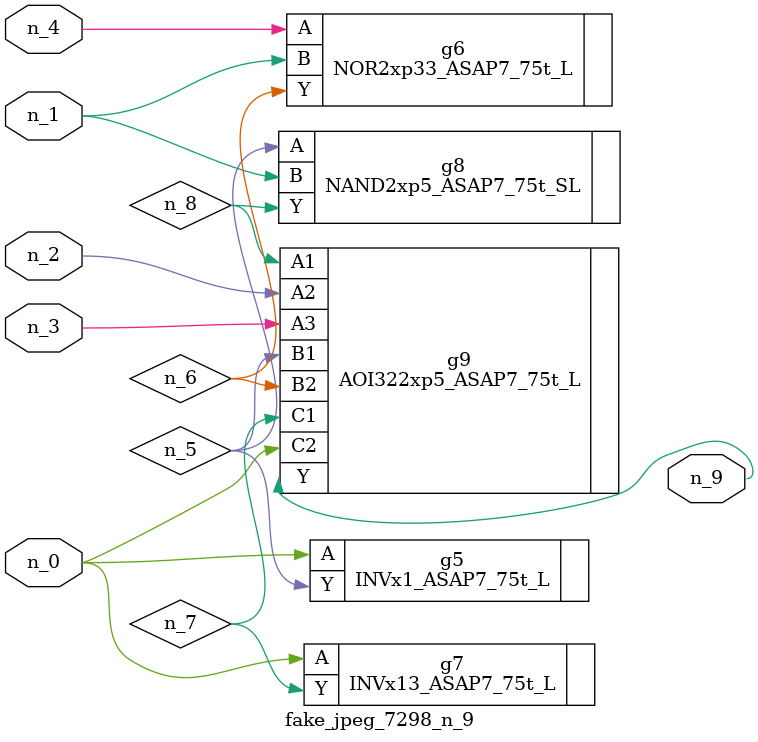
<source format=v>
module fake_jpeg_7298_n_9 (n_3, n_2, n_1, n_0, n_4, n_9);

input n_3;
input n_2;
input n_1;
input n_0;
input n_4;

output n_9;

wire n_8;
wire n_6;
wire n_5;
wire n_7;

INVx1_ASAP7_75t_L g5 ( 
.A(n_0),
.Y(n_5)
);

NOR2xp33_ASAP7_75t_L g6 ( 
.A(n_4),
.B(n_1),
.Y(n_6)
);

INVx13_ASAP7_75t_L g7 ( 
.A(n_0),
.Y(n_7)
);

NAND2xp5_ASAP7_75t_SL g8 ( 
.A(n_5),
.B(n_1),
.Y(n_8)
);

AOI322xp5_ASAP7_75t_L g9 ( 
.A1(n_8),
.A2(n_2),
.A3(n_3),
.B1(n_5),
.B2(n_6),
.C1(n_7),
.C2(n_0),
.Y(n_9)
);


endmodule
</source>
